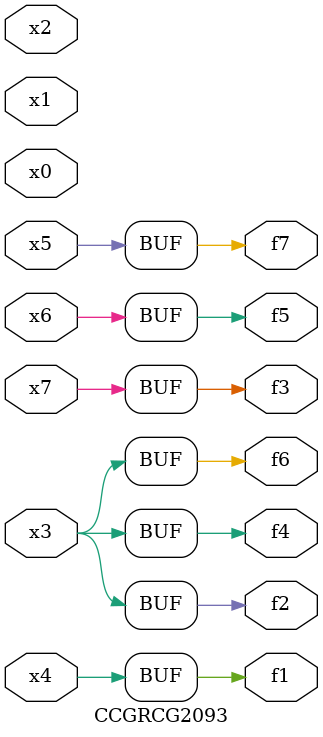
<source format=v>
module CCGRCG2093(
	input x0, x1, x2, x3, x4, x5, x6, x7,
	output f1, f2, f3, f4, f5, f6, f7
);
	assign f1 = x4;
	assign f2 = x3;
	assign f3 = x7;
	assign f4 = x3;
	assign f5 = x6;
	assign f6 = x3;
	assign f7 = x5;
endmodule

</source>
